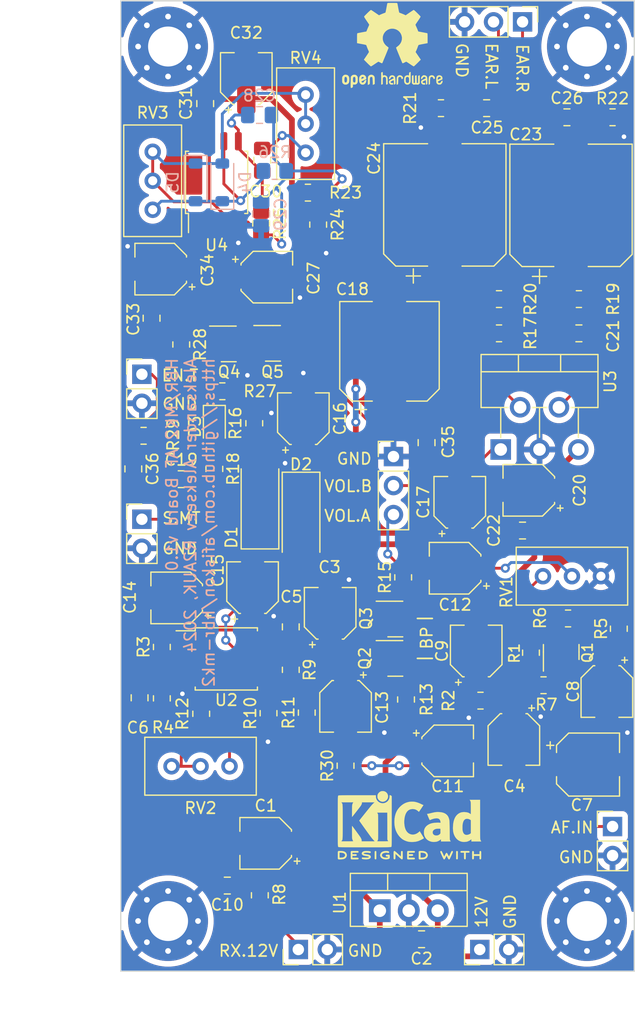
<source format=kicad_pcb>
(kicad_pcb (version 20221018) (generator pcbnew)
  (title_block (title "HBR/MK2 AF Board") (date "2024-02-03") (rev "1.0"))
  (layers (0 "F.Cu" signal) (31 "B.Cu" signal) (34 "B.Paste" user) (35 "F.Paste" user) (36 "B.SilkS" user "B.Silkscreen") (37 "F.SilkS" user "F.Silkscreen") (38 "B.Mask" user) (39 "F.Mask" user) (44 "Edge.Cuts" user))
  (net 0 "")
  (net 1 "+12V")
  (net 2 "GND")
  (net 3 "+8V")
  (net 4 "Net-(Q1-B)")
  (net 5 "Net-(J2-Pin_1)")
  (net 6 "Net-(U2A-+)")
  (net 7 "Net-(Q1-E)")
  (net 8 "Net-(C8-Pad1)")
  (net 9 "Net-(Q1-C)")
  (net 10 "Net-(C9-Pad2)")
  (net 11 "Net-(C10-Pad1)")
  (net 12 "Net-(U2B-+)")
  (net 13 "Net-(C12-Pad1)")
  (net 14 "Net-(Q2-D)")
  (net 15 "Net-(Q2-G)")
  (net 16 "Net-(U2A--)")
  (net 17 "Net-(C15-Pad1)")
  (net 18 "Net-(D1-K)")
  (net 19 "Net-(D2-K)")
  (net 20 "CW_TONE")
  (net 21 "Net-(U3-+)")
  (net 22 "Net-(U3--)")
  (net 23 "Net-(C18-Pad2)")
  (net 24 "Net-(C21-Pad1)")
  (net 25 "Net-(C21-Pad2)")
  (net 26 "Net-(J6-Pin_1)")
  (net 27 "Net-(J6-Pin_2)")
  (net 28 "Net-(C25-Pad2)")
  (net 29 "Net-(C26-Pad2)")
  (net 30 "Net-(U4B-+)")
  (net 31 "Net-(C27-Pad1)")
  (net 32 "Net-(C30-Pad2)")
  (net 33 "Net-(U4A--)")
  (net 34 "Net-(Q4-D)")
  (net 35 "Net-(Q4-G)")
  (net 36 "Net-(Q5-D)")
  (net 37 "Net-(C36-Pad1)")
  (net 38 "Net-(D4-K)")
  (net 39 "Net-(D4-A)")
  (net 40 "Net-(J3-Pin_1)")
  (net 41 "Net-(J4-Pin_3)")
  (net 42 "Net-(J5-Pin_1)")
  (net 43 "Net-(J7-Pin_1)")
  (net 44 "Net-(Q2-S)")
  (net 45 "Net-(Q3-D)")
  (net 46 "Net-(Q4-S)")
  (net 47 "Net-(U2B--)")
  (footprint "Potentiometer_THT:Potentiometer_Bourns_3296W_Vertical" (layer "F.Cu") (at 166 107.9 180)
    (fp_text reference "RV1")
    (fp_text value "10K" hide)
  )
  (footprint "Capacitor_SMD:CP_Elec_4x5.4" (layer "F.Cu") (at 132.5 81 180)
    (fp_text reference "C34")
    (fp_text value "4.7u" hide)
  )
  (footprint "Capacitor_SMD:C_0805_2012Metric_Pad1.18x1.45mm_HandSolder" (layer "F.Cu") (at 169.15 86.625)
    (fp_text reference "C21")
    (fp_text value "0.1u" hide)
  )
  (footprint "Resistor_SMD:R_0805_2012Metric_Pad1.20x1.40mm_HandSolder" (layer "F.Cu") (at 143.9 116.1 -90)
    (fp_text reference "R9")
    (fp_text value "10K" hide)
  )
  (footprint "Capacitor_SMD:CP_Elec_4x5.4" (layer "F.Cu") (at 157.65 123.2)
    (fp_text reference "C11")
    (fp_text value "10u" hide)
  )
  (footprint "Resistor_SMD:R_0805_2012Metric_Pad1.20x1.40mm_HandSolder" (layer "F.Cu") (at 137.2 98.5 -90)
    (fp_text reference "R18")
    (fp_text value "22" hide)
  )
  (footprint "Package_TO_SOT_SMD:SOT-23" (layer "F.Cu") (at 142.3375 87.5)
    (fp_text reference "Q5")
    (fp_text value "2N7002" hide)
  )
  (footprint "Package_TO_SOT_THT:TO-220-5_P3.4x3.7mm_StaggerOdd_Lead3.8mm_Vertical" (layer "F.Cu") (at 162.3 96.8)
    (fp_text reference "U3")
    (fp_text value "TDA2003" hide)
  )
  (footprint "Capacitor_SMD:CP_Elec_4x5.4" (layer "F.Cu") (at 171.6 118 -90)
    (fp_text reference "C8")
    (fp_text value "10u" hide)
  )
  (footprint "Capacitor_SMD:CP_Elec_4x5.4" (layer "F.Cu") (at 147.35 111.15 90)
    (fp_text reference "C3")
    (fp_text value "10u" hide)
  )
  (footprint "Capacitor_SMD:CP_Elec_10x10.5" (layer "F.Cu") (at 157.4 75.375 90)
    (fp_text reference "C24")
    (fp_text value "470u" hide)
  )
  (footprint "Capacitor_SMD:CP_Elec_4x5.4" (layer "F.Cu") (at 160.15 114.45 90)
    (fp_text reference "C9")
    (fp_text value "10u" hide)
  )
  (footprint "Capacitor_SMD:C_0805_2012Metric_Pad1.18x1.45mm_HandSolder" (layer "F.Cu") (at 138.3375 135 180)
    (fp_text reference "C10")
    (fp_text value "0.1u" hide)
  )
  (footprint "Connector_PinHeader_2.54mm:PinHeader_1x03_P2.54mm_Vertical" (layer "F.Cu") (at 152.9 97.42)
    (fp_text reference "J4" hide)
    (fp_text value "Conn_01x03" hide)
  )
  (footprint "Resistor_SMD:R_0805_2012Metric_Pad1.20x1.40mm_HandSolder" (layer "F.Cu") (at 162.15 83.625 180)
    (fp_text reference "R20")
    (fp_text value "10" hide)
  )
  (footprint "Resistor_SMD:R_0805_2012Metric_Pad1.20x1.40mm_HandSolder" (layer "F.Cu") (at 166.05 117.45 180)
    (fp_text reference "R7")
    (fp_text value "1K" hide)
  )
  (footprint "Potentiometer_THT:Potentiometer_Bourns_3296W_Vertical" (layer "F.Cu") (at 145.2 70.8 -90)
    (fp_text reference "RV4")
    (fp_text value "100K" hide)
  )
  (footprint "Resistor_SMD:R_0805_2012Metric_Pad1.20x1.40mm_HandSolder" (layer "F.Cu") (at 145.3 119.85 -90)
    (fp_text reference "R11")
    (fp_text value "2.2K" hide)
  )
  (footprint "Capacitor_SMD:CP_Elec_4x5.4" (layer "F.Cu") (at 145 94.1 90)
    (fp_text reference "C16")
    (fp_text value "10u" hide)
  )
  (footprint "Capacitor_SMD:C_0805_2012Metric_Pad1.18x1.45mm_HandSolder" (layer "F.Cu") (at 130.65 118.55 -90)
    (fp_text reference "C6")
    (fp_text value "0.1u" hide)
  )
  (footprint "Package_SO:SOIC-8_5.23x5.23mm_P1.27mm" (layer "F.Cu") (at 137.4 73.4 90)
    (fp_text reference "U4")
    (fp_text value "NE5532" hide)
  )
  (footprint "Capacitor_SMD:CP_Elec_4x5.4" (layer "F.Cu") (at 163.45 122.2 -90)
    (fp_text reference "C4")
    (fp_text value "10u" hide)
  )
  (footprint "Resistor_SMD:R_0805_2012Metric_Pad1.20x1.40mm_HandSolder" (layer "F.Cu") (at 162.15 86.625)
    (fp_text reference "R17")
    (fp_text value "220" hide)
  )
  (footprint "Package_TO_SOT_SMD:SOT-23" (layer "F.Cu") (at 153.0625 111.65)
    (fp_text reference "Q3")
    (fp_text value "2N7002" hide)
  )
  (footprint "Diode_SMD:D_SMA_Handsoldering" (layer "F.Cu") (at 144.8 103.3 -90)
    (fp_text reference "D2")
    (fp_text value "SS14" hide)
  )
  (footprint "Capacitor_SMD:C_0805_2012Metric_Pad1.18x1.45mm_HandSolder" (layer "F.Cu") (at 130.1 98.5 -90)
    (fp_text reference "C36")
    (fp_text value "0.1u" hide)
  )
  (footprint "Capacitor_SMD:CP_Elec_4x5.4" (layer "F.Cu") (at 148.7 119.3 -90)
    (fp_text reference "C13")
    (fp_text value "4.7u" hide)
  )
  (footprint "Connector_PinHeader_2.54mm:PinHeader_1x02_P2.54mm_Vertical" (layer "F.Cu") (at 130.85 90.21)
    (fp_text reference "J7" hide)
    (fp_text value "Conn_01x02" hide)
  )
  (footprint "MountingHole:MountingHole_3.5mm_Pad_Via" (layer "F.Cu") (at 133.143845 61.5)
    (fp_text reference "H1" hide)
    (fp_text value "MountingHole_Pad" hide)
  )
  (footprint "Package_TO_SOT_SMD:SOT-23" (layer "F.Cu") (at 153.0625 115.1)
    (fp_text reference "Q2")
    (fp_text value "2N7002" hide)
  )
  (footprint "Capacitor_SMD:C_0805_2012Metric_Pad1.18x1.45mm_HandSolder" (layer "F.Cu") (at 155.8 96.2 -90)
    (fp_text reference "C35")
    (fp_text value "100p" hide)
  )
  (footprint "Resistor_SMD:R_0805_2012Metric_Pad1.20x1.40mm_HandSolder" (layer "F.Cu") (at 141.3 77 -90)
    (fp_text reference "R25")
    (fp_text value "47K" hide)
  )
  (footprint "Resistor_SMD:R_0805_2012Metric_Pad1.20x1.40mm_HandSolder" (layer "F.Cu") (at 145.4 74.3)
    (fp_text reference "R23")
    (fp_text value "100K" hide)
  )
  (footprint "Capacitor_SMD:C_0805_2012Metric_Pad1.18x1.45mm_HandSolder" (layer "F.Cu") (at 164.21 103.9 180)
    (fp_text reference "C22")
    (fp_text value "0.1u" hide)
  )
  (footprint "Capacitor_SMD:CP_Elec_4x5.4" (layer "F.Cu") (at 133.9 109.8 180)
    (fp_text reference "C14")
    (fp_text value "10u" hide)
  )
  (footprint "Symbol:KiCad-Logo2_5mm_SilkScreen" (layer "F.Cu") (at 154.3 129.7)
    (fp_text reference "SYM2" hide)
    (fp_text value "SYM_Radio_Waves_Large" hide)
  )
  (footprint "Resistor_SMD:R_0805_2012Metric_Pad1.20x1.40mm_HandSolder" (layer "F.Cu") (at 153.75 108 90)
    (fp_text reference "R15")
    (fp_text value "1.3K" hide)
  )
  (footprint "Potentiometer_THT:Potentiometer_Bourns_3296W_Vertical" (layer "F.Cu") (at 133.45 124.55 180)
    (fp_text reference "RV2")
    (fp_text value "500K" hide)
  )
  (footprint "Connector_PinHeader_2.54mm:PinHeader_1x02_P2.54mm_Vertical" (layer "F.Cu") (at 130.85 102.91)
    (fp_text reference "J5" hide)
    (fp_text value "Conn_01x02" hide)
  )
  (footprint "Package_TO_SOT_THT:TO-220-3_Vertical" (layer "F.Cu") (at 151.7 137.2)
    (fp_text reference "U1")
    (fp_text value "LM7808" hide)
  )
  (footprint "LED_SMD:LED_0805_2012Metric_Pad1.15x1.40mm_HandSolder" (layer "F.Cu") (at 137.2 94.8 -90)
    (fp_text reference "D3")
    (fp_text value "Blue LED" hide)
  )
  (footprint "MountingHole:MountingHole_3.5mm_Pad_Via" (layer "F.Cu") (at 169.856155 61.5)
    (fp_text reference "H2" hide)
    (fp_text value "MountingHole_Pad" hide)
  )
  (footprint "Resistor_SMD:R_0805_2012Metric_Pad1.20x1.40mm_HandSolder" (layer "F.Cu") (at 164.95 114.6 -90)
    (fp_text reference "R1")
    (fp_text value "100K" hide)
  )
  (footprint "Capacitor_SMD:CP_Elec_8x10.5" (layer "F.Cu") (at 152.55 88.2 90)
    (fp_text reference "C18")
    (fp_text value "220u" hide)
  )
  (footprint "Resistor_SMD:R_0805_2012Metric_Pad1.20x1.40mm_HandSolder" (layer "F.Cu") (at 157.0625 66.9 180)
    (fp_text reference "R21")
    (fp_text value "10" hide)
  )
  (footprint "Capacitor_SMD:CP_Elec_4x5.4" (layer "F.Cu") (at 158.71 101.425 90)
    (fp_text reference "C17")
    (fp_text value "1u" hide)
  )
  (footprint "Package_TO_SOT_SMD:SOT-23" (layer "F.Cu") (at 138.4625 87.55)
    (fp_text reference "Q4")
    (fp_text value "2N7002" hide)
  )
  (footprint "Capacitor_SMD:C_0805_2012Metric_Pad1.18x1.45mm_HandSolder" (layer "F.Cu") (at 143.9 112.3375 90)
    (fp_text reference "C5")
    (fp_text value "0.1u" hide)
  )
  (footprint "Connector_PinHeader_2.54mm:PinHeader_1x02_P2.54mm_Vertical" (layer "F.Cu") (at 172.1 129.825)
    (fp_text reference "J2" hide)
    (fp_text value "Conn_01x02" hide)
  )
  (footprint "Capacitor_SMD:CP_Elec_5x5.4" (layer "F.Cu") (at 169.95 124.4)
    (fp_text reference "C7")
    (fp_text value "22u" hide)
  )
  (footprint "Capacitor_SMD:CP_Elec_10x10.5" (layer "F.Cu") (at 168.46 75.4125 90)
    (fp_text reference "C23")
    (fp_text value "470u" hide)
  )
  (footprint "MountingHole:MountingHole_3.5mm_Pad_Via" (layer "F.Cu") (at 169.856155 138.103845)
    (fp_text reference "H4" hide)
    (fp_text value "MountingHole_Pad" hide)
  )
  (footprint "Resistor_SMD:R_0805_2012Metric_Pad1.20x1.40mm_HandSolder" (layer "F.Cu") (at 160.525 118.8 180)
    (fp_text reference "R2")
    (fp_text value "47K" hide)
  )
  (footprint "Package_SO:SOIC-8_5.23x5.23mm_P1.27mm" (layer "F.Cu") (at 138.25 115.145)
    (fp_text reference "U2")
    (fp_text value "NE5532" hide)
  )
  (footprint "Resistor_SMD:R_0805_2012Metric_Pad1.20x1.40mm_HandSolder" (layer "F.Cu") (at 141.95 119.9 -90)
    (fp_text reference "R10")
    (fp_text value "10K" hide)
  )
  (footprint "Capacitor_SMD:CP_Elec_4x5.4" (layer "F.Cu") (at 141.8 81.7)
    (fp_text reference "C27")
    (fp_text value "10u" hide)
  )
  (footprint "Capacitor_SMD:C_0805_2012Metric_Pad1.18x1.45mm_HandSolder" (layer "F.Cu") (at 168.1 67.7)
    (fp_text reference "C26")
    (fp_text value "0.1u" hide)
  )
  (footprint "Capacitor_SMD:CP_Elec_4x5.4" (layer "F.Cu") (at 164.76 100.375 180)
    (fp_text reference "C20")
    (fp_text value "10u" hide)
  )
  (footprint "Capacitor_SMD:C_0805_2012Metric_Pad1.18x1.45mm_HandSolder" (layer "F.Cu") (at 131.7 85.3 -90)
    (fp_text reference "C33")
    (fp_text value "0.1u" hide)
  )
  (footprint "Capacitor_SMD:CP_Elec_4x5.4" (layer "F.Cu") (at 158.3 107.2 180)
    (fp_text reference "C12")
    (fp_text value "10u" hide)
  )
  (footprint "Resistor_SMD:R_0805_2012Metric_Pad1.20x1.40mm_HandSolder" (layer "F.Cu") (at 172.65 112.5 -90)
    (fp_text reference "R5")
    (fp_text value "100" hide)
  )
  (footprint "Connector_PinHeader_2.54mm:PinHeader_1x03_P2.54mm_Vertical" (layer "F.Cu") (at 164.21 59.34 -90)
    (fp_text reference "J6" hide)
    (fp_text value "Conn_01x03" hide)
  )
  (footprint "Capacitor_SMD:CP_Elec_4x5.4" (layer "F.Cu") (at 141.7 131.3 180)
    (fp_text reference "C1")
    (fp_text value "1u" hide)
  )
  (footprint "Capacitor_SMD:CP_Elec_4x5.4" (layer "F.Cu") (at 140 64.3 90)
    (fp_text reference "C32")
    (fp_text value "10u" hide)
  )
  (footprint "Capacitor_SMD:C_0805_2012Metric_Pad1.18x1.45mm_HandSolder" (layer "F.Cu") (at 161.0625 66.9 180)
    (fp_text reference "C25")
    (fp_text value "0.1u" hide)
  )
  (footprint "Symbol:OSHW-Logo2_9.8x8mm_SilkScreen" (layer "F.Cu") (at 152.8 61.4)
    (fp_text reference "SYM1" hide)
    (fp_text value "Logo_Open_Hardware_Small" hide)
  )
  (footprint "Package_TO_SOT_SMD:SOT-23" (layer "F.Cu") (at 167.6 114.5375 90)
    (fp_text reference "Q1")
    (fp_text value "MMBT3904" hide)
  )
  (footprint "Resistor_SMD:R_0805_2012Metric_Pad1.20x1.40mm_HandSolder" (layer "F.Cu") (at 132.6 118.6 -90)
    (fp_text reference "R4")
    (fp_text value "10K" hide)
  )
  (footprint "Connector_PinHeader_2.54mm:PinHeader_1x02_P2.54mm_Vertical" (layer "F.Cu") (at 160.46 140.6 90)
    (fp_text reference "J1" hide)
    (fp_text value "Conn_01x02" hide)
  )
  (footprint "Resistor_SMD:R_0805_2012Metric_Pad1.20x1.40mm_HandSolder" (layer "F.Cu") (at 137.9 91.7)
    (fp_text reference "R27")
    (fp_text value "10K" hide)
  )
  (footprint "Resistor_SMD:R_0805_2012Metric_Pad1.20x1.40mm_HandSolder" (layer "F.Cu") (at 141.1875 135.85 -90)
    (fp_text reference "R8")
    (fp_text value "22" hide)
  )
  (footprint "Diode_SMD:D_SMA_Handsoldering" (layer "F.Cu") (at 141.2 101 90)
    (fp_text reference "D1")
    (fp_text value "SS14" hide)
  )
  (footprint "Capacitor_SMD:C_0805_2012Metric_Pad1.18x1.45mm_HandSolder" (layer "F.Cu") (at 155.3625 139.7 180)
    (fp_text reference "C2")
    (fp_text value "0.1u" hide)
  )
  (footprint "Capacitor_SMD:C_0805_2012Metric_Pad1.18x1.45mm_HandSolder" (layer "F.Cu") (at 136.4 66.5 90)
    (fp_text reference "C31")
    (fp_text value "0.1u" hide)
  )
  (footprint "Resistor_SMD:R_0805_2012Metric_Pad1.20x1.40mm_HandSolder" (layer "F.Cu") (at 131 95.6 180)
    (fp_text reference "R29")
    (fp_text value "22" hide)
  )
  (footprint "Capacitor_SMD:C_0805_2012Metric_Pad1.18x1.45mm_HandSolder" (layer "F.Cu") (at 134.3 99.4 180)
    (fp_text reference "C19")
    (fp_text value "0.1u" hide)
  )
  (footprint "Resistor_SMD:R_0805_2012Metric_Pad1.20x1.40mm_HandSolder" (layer "F.Cu") (at 169.15 83.625 180)
    (fp_text reference "R19")
    (fp_text value "680" hide)
  )
  (footprint "Resistor_SMD:R_0805_2012Metric_Pad1.20x1.40mm_HandSolder" (layer "F.Cu") (at 168.2 111.6 180)
    (fp_text reference "R6")
    (fp_text value "2.2K" hide)
  )
  (footprint "Resistor_SMD:R_0805_2012Metric_Pad1.20x1.40mm_HandSolder" (layer "F.Cu") (at 136.05 119.95 90)
    (fp_text reference "R12")
    (fp_text value "1K" hide)
  )
  (footprint "Potentiometer_THT:Potentiometer_Bourns_3296W_Vertical" (layer "F.Cu") (at 131.8 75.8 -90)
    (fp_text reference "RV3")
    (fp_text value "10K" hide)
  )
  (footprint "Capacitor_SMD:C_0805_2012Metric_Pad1.18x1.45mm_HandSolder" (layer "F.Cu") (at 141.4 71.4625 90)
    (fp_text reference "C30")
    (fp_text value "4.7n" hide)
  )
  (footprint "MountingHole:MountingHole_3.5mm_Pad_Via" (layer "F.Cu") (at 133.143845 138.103845)
    (fp_text reference "H3" hide)
    (fp_text value "MountingHole_Pad" hide)
  )
  (footprint "Capacitor_SMD:CP_Elec_4x5.4" (layer "F.Cu") (at 140.55 108.9 90)
    (fp_text reference "C15")
    (fp_text value "10u" hide)
  )
  (footprint "Resistor_SMD:R_0805_2012Metric_Pad1.20x1.40mm_HandSolder" (layer "F.Cu") (at 146.3 77.1 -90)
    (fp_text reference "R24")
    (fp_text value "100K" hide)
  )
  (footprint "Resistor_SMD:R_0805_2012Metric_Pad1.20x1.40mm_HandSolder" (layer "F.Cu") (at 154 118.7 -90)
    (fp_text reference "R13")
    (fp_text value "10K" hide)
  )
  (footprint "Resistor_SMD:R_0805_2012Metric_Pad1.20x1.40mm_HandSolder" (layer "F.Cu") (at 140.7 94.5 90)
    (fp_text reference "R16")
    (fp_text value "10K" hide)
  )
  (footprint "Connector_PinHeader_2.54mm:PinHeader_1x02_P2.54mm_Vertical" (layer "F.Cu") (at 144.56 140.6 90)
    (fp_text reference "J3" hide)
    (fp_text value "Conn_01x02" hide)
  )
  (footprint "Resistor_SMD:R_0805_2012Metric_Pad1.20x1.40mm_HandSolder" (layer "F.Cu") (at 134.3 87.6 -90)
    (fp_text reference "R28")
    (fp_text value "2.2K" hide)
  )
  (footprint "Resistor_SMD:R_0805_2012Metric_Pad1.20x1.40mm_HandSolder" (layer "F.Cu") (at 148.7 124.5 90)
    (fp_text reference "R30")
    (fp_text value "10K" hide)
  )
  (footprint "Resistor_SMD:R_0805_2012Metric_Pad1.20x1.40mm_HandSolder" (layer "F.Cu") (at 132.6 114.1 -90)
    (fp_text reference "R3")
    (fp_text value "10K" hide)
  )
  (footprint "Resistor_SMD:R_0805_2012Metric_Pad1.20x1.40mm_HandSolder" (layer "F.Cu") (at 172.1 67.7)
    (fp_text reference "R22")
    (fp_text value "10" hide)
  )
  (footprint "Resistor_SMD:R_0805_2012Metric_Pad1.20x1.40mm_HandSolder" (layer "B.Cu") (at 142.5 72.4 180)
    (fp_text reference "R26")
    (fp_text value "3.3K" hide)
  )
  (footprint "Diode_SMD:D_SOD-123" (layer "B.Cu") (at 135.55 73.4 -90)
    (fp_text reference "D5")
    (fp_text value "1N4148W" hide)
  )
  (footprint "Capacitor_SMD:C_0805_2012Metric_Pad1.18x1.45mm_HandSolder" (layer "B.Cu") (at 141.1625 67.5)
    (fp_text reference "C28")
    (fp_text value "4.7n" hide)
  )
  (footprint "Capacitor_SMD:C_0805_2012Metric_Pad1.18x1.45mm_HandSolder" (layer "B.Cu") (at 141.3 76.1625 -90)
    (fp_text reference "C29")
    (fp_text value "0.1u" hide)
  )
  (footprint "Diode_SMD:D_SOD-123" (layer "B.Cu") (at 137.9 73.4 90)
    (fp_text reference "D4")
    (fp_text value "1N4148W" hide)
  )
  (gr_line (start 155 115.1) (end 156.3 115.1) (stroke (width 0.15)) (layer "F.SilkS"))
  (gr_line (start 155 111.6) (end 156.3 111.6) (stroke (width 0.15)) (layer "F.SilkS"))
  (gr_line (start 129 57.5) (end 174 57.5) (stroke (width 0.1)) (layer "Edge.Cuts"))
  (gr_line (start 129 142.5) (end 129 57.5) (stroke (width 0.1)) (layer "Edge.Cuts"))
  (gr_line (start 174 142.5) (end 129 142.5) (stroke (width 0.1)) (layer "Edge.Cuts"))
  (gr_line (start 174 57.5) (end 174 142.5) (stroke (width 0.1)) (layer "Edge.Cuts"))
  (gr_text "HBR/MK2 AF Board v1.0\nAleksander Alekseev R2AUK, 2024\nhttps://github.com/afiskon/hbr-mk2" (at 137.3 88.7 90) (layer "B.SilkS") (effects (font (size 1 1)) (justify left bottom mirror)))
  (gr_text "VOL.B" (at 146.74 100.595) (layer "F.SilkS") (effects (font (size 1 1)) (justify left bottom)))
  (gr_text "12V" (at 161.2 138.8 90) (layer "F.SilkS") (effects (font (size 1 1)) (justify left bottom)))
  (gr_text "S.MT" (at 132.55 103.4) (layer "F.SilkS") (effects (font (size 1 1)) (justify left bottom)))
  (gr_text "GND" (at 167.3 133.1) (layer "F.SilkS") (effects (font (size 1 1)) (justify left bottom)))
  (gr_text "GND" (at 132.55 93.4) (layer "F.SilkS") (effects (font (size 1 1)) (justify left bottom)))
  (gr_text "GND" (at 147.84 98.195) (layer "F.SilkS") (effects (font (size 1 1)) (justify left bottom)))
  (gr_text "EAR.L" (at 160.9 61.1 270) (layer "F.SilkS") (effects (font (size 1 1)) (justify left bottom)))
  (gr_text "GND" (at 132.55 106.05) (layer "F.SilkS") (effects (font (size 1 1)) (justify left bottom)))
  (gr_text "GND" (at 148.8 141.3) (layer "F.SilkS") (effects (font (size 1 1)) (justify left bottom)))
  (gr_text "VOL.A" (at 146.74 103.195) (layer "F.SilkS") (effects (font (size 1 1)) (justify left bottom)))
  (gr_text "AF.IN" (at 166.6 130.5) (layer "F.SilkS") (effects (font (size 1 1)) (justify left bottom)))
  (gr_text "RX.12V" (at 137.5 141.3) (layer "F.SilkS") (effects (font (size 1 1)) (justify left bottom)))
  (gr_text "GND" (at 163.7 138.9 90) (layer "F.SilkS") (effects (font (size 1 1)) (justify left bottom)))
  (gr_text "EN.T" (at 132.5 90.9) (layer "F.SilkS") (effects (font (size 1 1)) (justify left bottom)))
  (gr_text "BP" (at 156.4 114.4 90) (layer "F.SilkS") (effects (font (size 1 1)) (justify left bottom)))
  (gr_text "GND" (at 158.3 61.1 -90) (layer "F.SilkS") (effects (font (size 1 1)) (justify left bottom)))
  (gr_text "EAR.R" (at 163.6 61.2 270) (layer "F.SilkS") (effects (font (size 1 1)) (justify left bottom)))
  (segment (start 159.86 141.2) (end 154.015622 141.2) (width 0.5) (layer "F.Cu") (net 1))
  (segment (start 145.8 131.3) (end 151.7 137.2) (width 0.5) (layer "F.Cu") (net 1))
  (segment (start 151.7 138.884378) (end 151.7 137.2) (width 0.5) (layer "F.Cu") (net 1))
  (segment (start 143.5 131.3) (end 145.8 131.3) (width 0.5) (layer "F.Cu") (net 1))
  (segment (start 154.015622 141.2) (end 151.7 138.884378) (width 0.5) (layer "F.Cu") (net 1))
  (segment (start 160.46 140.6) (end 159.86 141.2) (width 0.5) (layer "F.Cu") (net 1))
  (segment (start 147.85 109.35) (end 149 108.2) (width 1) (layer "F.Cu") (net 2))
  (segment (start 147.35 109.35) (end 147.85 109.35) (width 0.25) (layer "F.Cu") (net 2))
  (via (at 134.4 118.2) (size 0.8) (drill 0.4) (layers "F.Cu" "B.Cu") (net 2))
  (via (at 147 79.6) (size 0.8) (drill 0.4) (layers "F.Cu" "B.Cu") (net 2))
  (via (at 159.5 120.3) (size 0.8) (drill 0.4) (layers "F.Cu" "B.Cu") (net 2))
  (via (at 143.4 98) (size 0.8) (drill 0.4) (layers "F.Cu" "B.Cu") (net 2))
  (via (at 165.8 120.2) (size 0.8) (drill 0.4) (layers "F.Cu" "B.Cu") (net 2))
  (via (at 142.4 111.4) (size 0.8) (drill 0.4) (layers "F.Cu" "B.Cu") (net 2))
  (via (at 144.7 83.5) (size 0.8) (drill 0.4) (layers "F.Cu" "B.Cu") (net 2))
  (via (at 129.6 79) (size 0.8) (drill 0.4) (layers "F.Cu" "B.Cu") (net 2))
  (via (at 139.3 78.7) (size 0.8) (drill 0.4) (layers "F.Cu" "B.Cu") (net 2))
  (via (at 152.1 121.6) (size 0.8) (drill 0.4) (layers "F.Cu" "B.Cu") (net 2))
  (via (at 173.4 121.6) (size 0.8) (drill 0.4) (layers "F.Cu" "B.Cu") (net 2))
  (via (at 141.9 122.4) (size 0.8) (drill 0.4) (layers "F.Cu" "B.Cu") (net 2))
  (via (at 140.1 90.3) (size 0.8) (drill 0.4) (layers "F.Cu" "B.Cu") (net 2))
  (via (at 173.1 69.4) (size 0.8) (drill 0.4) (layers "F.Cu" "B.Cu") (net 2))
  (via (at 145 90.1) (size 0.8) (drill 0.4) (layers "F.Cu" "B.Cu") (net 2))
  (via (at 149 108.2) (size 0.8) (drill 0.4) (layers "F.Cu" "B.Cu") (net 2))
  (via (at 142.2 93.6) (size 0.8) (drill 0.4) (layers "F.Cu" "B.Cu") (net 2))
  (via (at 155.3 68.6) (size 0.8) (drill 0.4) (layers "F.Cu" "B.Cu") (net 2))
  (segment (start 149.6 94.4) (end 149.6 105.1) (width 0.5) (layer "F.Cu") (net 3))
  (segment (start 149.6 105.1) (end 148.8 105.1) (width 0.5) (layer "F.Cu") (net 3))
  (segment (start 161.9 109.6) (end 165.2475 106.2525) (width 0.5) (layer "F.Cu") (net 3))
  (segment (start 133.21 112.49) (end 141.1 112.49) (width 0.5) (layer "F.Cu") (net 3))
  (segment (start 165.2475 103.9) (end 169.1 103.9) (width 0.5) (layer "F.Cu") (net 3))
  (segment (start 142.2 66.1) (end 144 67.9) (width 0.5) (layer "F.Cu") (net 3))
  (segment (start 166.56 99.34) (end 169.1 96.8) (width 0.5) (layer "F.Cu") (net 3))
  (segment (start 152.2 124.253122) (end 154.753122 121.7) (width 0.5) (layer "F.Cu") (net 3))
  (segment (start 145.3 112.7) (end 145.55 112.95) (width 0.5) (layer "F.Cu") (net 3))
  (segment (start 145.55 112.95) (end 147.35 112.95) (width 0.5) (layer "F.Cu") (net 3))
  (segment (start 154.753122 121.7) (end 156.9 121.7) (width 0.5) (layer "F.Cu") (net 3))
  (segment (start 156.8 137.22) (end 156.78 137.2) (width 0.5) (layer "F.Cu") (net 3))
  (segment (start 143.765 113.24) (end 143.9 113.375) (width 0.5) (layer "F.Cu") (net 3))
  (segment (start 144 67.9) (end 144 73.9) (width 0.5) (layer "F.Cu") (net 3))
  (segment (start 141.1 112.49) (end 141.85 113.24) (width 0.5) (layer "F.Cu") (net 3))
  (segment (start 144.625 113.375) (end 145.3 112.7) (width 0.5) (layer "F.Cu") (net 3))
  (segment (start 156.9 121.7) (end 158.1 120.5) (width 0.5) (layer "F.Cu") (net 3))
  (segment (start 140 66.1) (end 142.2 66.1) (width 0.5) (layer "F.Cu") (net 3))
  (segment (start 165.2475 101.6875) (end 166.56 100.375) (width 0.5) (layer "F.Cu") (net 3))
  (segment (start 143.9 115.1) (end 143.9 113.375) (width 0.5) (layer "F.Cu") (net 3))
  (segment (start 158.1 120.5) (end 158.1 112.103122) (width 0.5) (layer "F.Cu") (net 3))
  (segment (start 172.65 107.45) (end 172.65 111.5) (width 0.5) (layer "F.Cu") (net 3))
  (segment (start 143.9 113.375) (end 144.625 113.375) (width 0.5) (layer "F.Cu") (net 3))
  (segment (start 149.6 83.9) (end 144.4 78.7) (width 0.5) (layer "F.Cu") (net 3))
  (segment (start 156.78 139.32) (end 156.4 139.7) (width 0.5) (layer "F.Cu") (net 3))
  (segment (start 144.4 78.7) (end 144.4 74.3) (width 0.5) (layer "F.Cu") (net 3))
  (segment (start 160.603122 109.6) (end 161.9 109.6) (width 0.5) (layer "F.Cu") (net 3))
  (segment (start 148.8 105.1) (end 165.1475 105.1) (width 0.5) (layer "F.Cu") (net 3))
  (segment (start 136.4 67.5375) (end 137.8375 66.1) (width 0.5) (layer "F.Cu") (net 3))
  (segment (start 145.3 108.6) (end 148.8 105.1) (width 0.5) (layer "F.Cu") (net 3))
  (segment (start 158.1 112.103122) (end 160.603122 109.6) (width 0.5) (layer "F.Cu") (net 3))
  (segment (start 165.1475 105.1) (end 165.2475 105.2) (width 0.5) (layer "F.Cu") (net 3))
  (segment (start 152.2 132.62) (end 152.2 124.253122) (width 0.5) (layer "F.Cu") (net 3))
  (segment (start 156.4 139.7) (end 156.8 139.3) (width 0.5) (layer "F.Cu") (net 3))
  (segment (start 165.2475 103.9) (end 165.2475 101.6875) (width 0.5) (layer "F.Cu") (net 3))
  (segment (start 132.6 113.1) (end 133.21 112.49) (width 0.5) (layer "F.Cu") (net 3))
  (segment (start 137.8375 66.1) (end 140 66.1) (width 0.5) (layer "F.Cu") (net 3))
  (segment (start 135.495 68.4425) (end 136.4 67.5375) (width 0.5) (layer "F.Cu") (net 3))
  (segment (start 156.78 137.2) (end 156.78 139.32) (width 0.5) (layer "F.Cu") (net 3))
  (segment (start 144 73.9) (end 144.4 74.3) (width 0.5) (layer "F.Cu") (net 3))
  (segment (start 156.78 137.2) (end 152.2 132.62) (width 0.5) (layer "F.Cu") (net 3))
  (segment (start 169.1 103.9) (end 172.65 107.45) (width 0.5) (layer "F.Cu") (net 3))
  (segment (start 149.6 91.5) (end 149.6 83.9) (width 0.5) (layer "F.Cu") (net 3))
  (segment (start 166.56 100.375) (end 166.56 99.34) (width 0.5) (layer "F.Cu") (net 3))
  (segment (start 165.2475 105.2) (end 165.2475 103.9) (width 0.5) (layer "F.Cu") (net 3))
  (segment (start 135.495 69.8) (end 135.495 68.4425) (width 0.5) (layer "F.Cu") (net 3))
  (segment (start 141.85 113.24) (end 143.765 113.24) (width 0.5) (layer "F.Cu") (net 3))
  (segment (start 145.3 112.7) (end 145.3 108.6) (width 0.5) (layer "F.Cu") (net 3))
  (segment (start 165.2475 106.2525) (end 165.2475 105.2) (width 0.5) (layer "F.Cu") (net 3))
  (via (at 149.6 91.5) (size 0.8) (drill 0.4) (layers "F.Cu" "B.Cu") (net 3))
  (via (at 149.6 94.4) (size 0.8) (drill 0.4) (layers "F.Cu" "B.Cu") (net 3))
  (segment (start 149.6 91.5) (end 149.6 91.6) (width 0.5) (layer "B.Cu") (net 3))
  (segment (start 149.6 94.4) (end 149.6 91.5) (width 0.5) (layer "B.Cu") (net 3))
  (segment (start 164.95 115.6) (end 166.525 115.6) (width 0.25) (layer "F.Cu") (net 4))
  (segment (start 161.85 118.8) (end 163.45 120.4) (width 0.25) (layer "F.Cu") (net 4))
  (segment (start 161.525 118.8) (end 161.75 118.8) (width 0.25) (layer "F.Cu") (net 4))
  (segment (start 166.525 115.6) (end 166.65 115.475) (width 0.25) (layer "F.Cu") (net 4))
  (segment (start 161.525 118.8) (end 161.85 118.8) (width 0.25) (layer "F.Cu") (net 4))
  (segment (start 161.75 118.8) (end 164.95 115.6) (width 0.25) (layer "F.Cu") (net 4))
  (segment (start 162.65 123.2) (end 159.45 123.2) (width 0.25) (layer "F.Cu") (net 5))
  (segment (start 163.45 124) (end 169.275 129.825) (width 0.25) (layer "F.Cu") (net 5))
  (segment (start 163.45 124) (end 162.65 123.2) (width 0.25) (layer "F.Cu") (net 5))
  (segment (start 169.275 129.825) (end 172.1 129.825) (width 0.25) (layer "F.Cu") (net 5))
  (segment (start 172.1 129.825) (end 172.1 129.3) (width 0.25) (layer "F.Cu") (net 5))
  (segment (start 132.6 117.6) (end 130.7375 117.6) (width 0.25) (layer "F.Cu") (net 6))
  (segment (start 132.6 115.8) (end 132.6 115.1) (width 0.25) (layer "F.Cu") (net 6))
  (segment (start 132.6 117.6) (end 132.6 115.8) (width 0.25) (layer "F.Cu") (net 6))
  (segment (start 132.62 115.78) (end 132.6 115.8) (width 0.25) (layer "F.Cu") (net 6))
  (segment (start 130.7375 117.6) (end 130.65 117.5125) (width 0.25) (layer "F.Cu") (net 6))
  (segment (start 134.65 115.78) (end 132.62 115.78) (width 0.25) (layer "F.Cu") (net 6))
  (segment (start 167.2 117.6) (end 167.05 117.45) (width 0.25) (layer "F.Cu") (net 7))
  (segment (start 168.55 115.95) (end 168.55 115.475) (width 0.25) (layer "F.Cu") (net 7))
  (segment (start 167.75 124.4) (end 167.2 123.85) (width 0.25) (layer "F.Cu") (net 7))
  (segment (start 167.2 123.85) (end 167.2 117.6) (width 0.25) (layer "F.Cu") (net 7))
  (segment (start 167.05 117.45) (end 168.55 115.95) (width 0.25) (layer "F.Cu") (net 7))
  (segment (start 171.8 113.5) (end 172.65 113.5) (width 0.25) (layer "F.Cu") (net 8))
  (segment (start 169.2 111.3) (end 169.2 111.6) (width 0.25) (layer "F.Cu") (net 8))
  (segment (start 164.95 113.6) (end 164.95 111.35) (width 0.25) (layer "F.Cu") (net 8))
  (segment (start 168.2 110.3) (end 169.2 111.3) (width 0.25) (layer "F.Cu") (net 8))
  (segment (start 164.95 111.35) (end 165.125 111.175) (width 0.25) (layer "F.Cu") (net 8))
  (segment (start 171.6 114.55) (end 172.65 113.5) (width 0.25) (layer "F.Cu") (net 8))
  (segment (start 166 110.3) (end 168.2 110.3) (width 0.25) (layer "F.Cu") (net 8))
  (segment (start 169.2 111.6) (end 169.9 111.6) (width 0.25) (layer "F.Cu") (net 8))
  (segment (start 171.6 116.2) (end 171.6 114.55) (width 0.25) (layer "F.Cu") (net 8))
  (segment (start 165.125 111.175) (end 166 110.3) (width 0.25) (layer "F.Cu") (net 8))
  (segment (start 169.9 111.6) (end 171.8 113.5) (width 0.25) (layer "F.Cu") (net 8))
  (segment (start 161.875 114.525) (end 166.186592 114.525) (width 0.25) (layer "F.Cu") (net 9))
  (segment (start 166.186592 114.525) (end 167.111592 113.6) (width 0.25) (layer "F.Cu") (net 9))
  (segment (start 160.15 116.25) (end 161.875 114.525) (width 0.25) (layer "F.Cu") (net 9))
  (segment (start 167.6 112) (end 167.2 111.6) (width 0.25) (layer "F.Cu") (net 9))
  (segment (start 167.6 113.6) (end 167.6 112) (width 0.25) (layer "F.Cu") (net 9))
  (segment (start 167.111592 113.6) (end 167.6 113.6) (width 0.25) (layer "F.Cu") (net 9))
  (segment (start 165.9 107.9) (end 166 107.9) (width 0.25) (layer "F.Cu") (net 10))
  (segment (start 160.15 112.65) (end 161.15 112.65) (width 0.25) (layer "F.Cu") (net 10))
  (segment (start 161.15 112.65) (end 165.9 107.9) (width 0.25) (layer "F.Cu") (net 10))
  (segment (start 139.525 134.85) (end 139.375 135) (width 0.25) (layer "F.Cu") (net 11))
  (segment (start 141.1875 134.85) (end 139.525 134.85) (width 0.25) (layer "F.Cu") (net 11))
  (segment (start 141.1875 134.85) (end 141.7 134.3375) (width 0.25) (layer "F.Cu") (net 11))
  (segment (start 146.7 125.5) (end 145.3 124.1) (width 0.25) (layer "F.Cu") (net 11))
  (segment (start 141.7 130.5) (end 146.7 125.5) (width 0.25) (layer "F.Cu") (net 11))
  (segment (start 141.7 134.3375) (end 141.7 130.5) (width 0.25) (layer "F.Cu") (net 11))
  (segment (start 146.7 125.5) (end 148.7 125.5) (width 0.25) (layer "F.Cu") (net 11))
  (segment (start 145.3 124.1) (end 145.3 120.85) (width 0.25) (layer "F.Cu") (net 11))
  (segment (start 143.85 117.05) (end 143.9 117.1) (width 0.25) (layer "F.Cu") (net 12))
  (segment (start 141.95 118.9) (end 141.95 117.15) (width 0.25) (layer "F.Cu") (net 12))
  (segment (start 142.825 119.775) (end 146.175 119.775) (width 0.25) (layer "F.Cu") (net 12))
  (segment (start 141.85 117.05) (end 143.85 117.05) (width 0.25) (layer "F.Cu") (net 12))
  (segment (start 146.7 120.3) (end 146.7 123.2701) (width 0.25) (layer "F.Cu") (net 12))
  (segment (start 146.7 123.2701) (end 147.9299 124.5) (width 0.25) (layer "F.Cu") (net 12))
  (segment (start 141.95 118.9) (end 142.825 119.775) (width 0.25) (layer "F.Cu") (net 12))
  (segment (start 146.175 119.775) (end 146.7 120.3) (width 0.25) (layer "F.Cu") (net 12))
  (segment (start 154.55 124.5) (end 155.85 123.2) (width 0.25) (layer "F.Cu") (net 12))
  (segment (start 141.95 117.15) (end 141.85 117.05) (width 0.25) (layer "F.Cu") (net 12))
  (segment (start 147.9299 124.5) (end 151 124.5) (width 0.25) (layer "F.Cu") (net 12))
  (segment (start 153.4 124.5) (end 154.55 124.5) (width 0.25) (layer "F.Cu") (net 12))
  (segment (start 151 124.5) (end 150.9 124.5) (width 0.25) (layer "F.Cu") (net 12))
  (via (at 153.4 124.5) (size 0.8) (drill 0.4) (layers "F.Cu" "B.Cu") (net 12))
  (via (at 151 124.5) (size 0.8) (drill 0.4) (layers "F.Cu" "B.Cu") (net 12))
  (segment (start 153.4 124.5) (end 153.5 124.5) (width 0.25) (layer "B.Cu") (net 12))
  (segment (start 151 124.5) (end 153.4 124.5) (width 0.25) (layer "B.Cu") (net 12))
  (segment (start 162.7 107.2) (end 160.1 107.2) (width 0.25) (layer "F.Cu") (net 13))
  (via (at 162.7 107.2) (size 0.8) (drill 0.4) (layers "F.Cu" "B.Cu") (net 13))
  (segment (start 163.2 106.7) (end 167.34 106.7) (width 0.25) (layer "B.Cu") (net 13))
  (segment (start 162.7 107.2) (end 163.2 106.7) (width 0.25) (layer "B.Cu") (net 13))
  (segment (start 167.34 106.7) (end 168.54 107.9) (width 0.25) (layer "B.Cu") (net 13))
  (segment (start 154.737499 115.1) (end 156.5 113.337499) (width 0.25) (layer "F.Cu") (net 14))
  (segment (start 156.5 113.337499) (end 156.5 107.2) (width 0.25) (layer "F.Cu") (net 14))
  (segment (start 154 115.1) (end 154.737499 115.1) (width 0.25) (layer "F.Cu") (net 14))
  (segment (start 146.05 118.85) (end 147.4 117.5) (width 0.25) (layer "F.Cu") (net 15))
  (segment (start 152.125 110.7) (end 155.35 110.7) (width 0.25) (layer "F.Cu") (net 15))
  (segment (start 155.35 108.95) (end 155.35 110.7) (width 0.25) (layer "F.Cu") (net 15))
  (segment (start 154.4 108) (end 155.35 108.95) (width 0.25) (layer "F.Cu") (net 15))
  (segment (start 155.35 110.7) (end 155.35 113.25) (width 0.25) (layer "F.Cu") (net 15))
  (segment (start 150.8 108) (end 154.4 108) (width 0.25) (layer "F.Cu") (net 15))
  (segment (start 148.7 117.5) (end 148.7 110.1) (width 0.25) (layer "F.Cu") (net 15))
  (segment (start 147.4 117.5) (end 148.7 117.5) (width 0.25) (layer "F.Cu") (net 15))
  (segment (start 148.7 110.1) (end 150.8 108) (width 0.25) (layer "F.Cu") (net 15))
  (segment (start 155.35 113.25) (end 154.45 114.15) (width 0.25) (layer "F.Cu") (net 15))
  (segment (start 154.45 114.15) (end 152.125 114.15) (width 0.25) (layer "F.Cu") (net 15))
  (segment (start 145.3 118.85) (end 146.05 118.85) (width 0.25) (layer "F.Cu") (net 15))
  (segment (start 135.449999 114.51) (end 134.65 114.51) (width 0.25) (layer "F.Cu") (net 16))
  (segment (start 131.3 112.2) (end 131.3 113.4201) (width 0.25) (layer "F.Cu") (net 16))
  (segment (start 133.8 111.7) (end 131.8 111.7) (width 0.25) (layer "F.Cu") (net 16))
  (segment (start 131.3 113.4201) (end 131.9799 114.1) (width 0.25) (layer "F.Cu") (net 16))
  (segment (start 135.7 109.8) (end 133.8 111.7) (width 0.25) (layer "F.Cu") (net 16))
  (segment (start 131.8 111.7) (end 131.3 112.2) (width 0.25) (layer "F.Cu") (net 16))
  (segment (start 134.65 114.1) (end 134.65 114.51) (width 0.25) (layer "F.Cu") (net 16))
  (segment (start 136.05 118.95) (end 136.05 115.110001) (width 0.25) (layer "F.Cu") (net 16))
  (segment (start 136.05 115.110001) (end 135.449999 114.51) (width 0.25) (layer "F.Cu") (net 16))
  (segment (start 131.9799 114.1) (end 134.65 114.1) (width 0.25) (layer "F.Cu") (net 16))
  (segment (start 134.65 113.24) (end 134.65 114.1) (width 0.25) (layer "F.Cu") (net 16))
  (segment (start 140.080001 115.380001) (end 140.080001 115.480001) (width 0.25) (layer "F.Cu") (net 17))
  (segment (start 139.14 110.7) (end 140.55 110.7) (width 0.25) (layer "F.Cu") (net 17))
  (segment (start 134.3 124.55) (end 134.5 124.55) (width 0.25) (layer "F.Cu") (net 17))
  (segment (start 138.2 111.64) (end 139.14 110.7) (width 0.25) (layer "F.Cu") (net 17))
  (segment (start 134.3 121) (end 135.3 120) (width 0.25) (layer "F.Cu") (net 17))
  (segment (start 134.5 124.55) (end 135.99 124.55) (width 0.25) (layer "F.Cu") (net 17))
  (segment (start 133.45 124.55) (end 134.3 124.55) (width 0.25) (layer "F.Cu") (net 17))
  (segment (start 138.2 113.5) (end 140.080001 115.380001) (width 0.25) (layer "F.Cu") (net 17))
  (segment (start 135.3 120) (end 136.8 120) (width 0.25) (layer "F.Cu") (net 17))
  (segment (start 136.8 120) (end 137.5 119.3) (width 0.25) (layer "F.Cu") (net 17))
  (segment (start 137.5 119.3) (end 137.5 118.060001) (width 0.25) (layer "F.Cu") (net 17))
  (segment (start 134.3 124.55) (end 134.3 121) (width 0.25) (layer "F.Cu") (net 17))
  (segment (start 140.080001 115.480001) (end 141.050001 114.51) (width 0.25) (layer "F.Cu") (net 17))
  (segment (start 141.050001 114.51) (end 141.85 114.51) (width 0.25) (layer "F.Cu") (net 17))
  (segment (start 137.5 118.060001) (end 140.080001 115.480001) (width 0.25) (layer "F.Cu") (net 17))
  (via (at 138.2 113.5) (size 0.8) (drill 0.4) (layers "F.Cu" "B.Cu") (net 17))
  (via (at 138.2 111.64) (size 0.8) (drill 0.4) (layers "F.Cu" "B.Cu") (net 17))
  (segment (start 138.2 111.64) (end 138.2 113.5) (width 0.25) (layer "B.Cu") (net 17))
  (segment (start 138.2 113.5) (end 138.2 113.4) (width 0.25) (layer "B.Cu") (net 17))
  (segment (start 143.5 105.8) (end 144.8 105.8) (width 0.25) (layer "F.Cu") (net 18))
  (segment (start 140.55 104.15) (end 141.2 103.5) (width 0.25) (layer "F.Cu") (net 18))
  (segment (start 141.2 103.5) (end 143.5 105.8) (width 0.25) (layer "F.Cu") (net 18))
  (segment (start 140.55 107.1) (end 140.55 104.15) (width 0.25) (layer "F.Cu") (net 18))
  (segment (start 141.1 95.9) (end 140.7 95.5) (width 0.25) (layer "F.Cu") (net 19))
  (segment (start 140.7 95.5) (end 137.525 95.5) (width 0.25) (layer "F.Cu") (net 19))
  (segment (start 137.2 97.5375) (end 135.3375 99.4) (width 0.25) (layer "F.Cu") (net 19))
  (segment (start 144.8 96.1) (end 145 95.9) (width 0.25) (layer "F.Cu") (net 19))
  (segment (start 145 95.9) (end 141.1 95.9) (width 0.25) (layer "F.Cu") (net 19))
  (segment (start 137.2 95.825) (end 137.2 97.5) (width 0.25) (layer "F.Cu") (net 19))
  (segment (start 144.8 100.8) (end 144.8 96.1) (width 0.25) (layer "F.Cu") (net 19))
  (segment (start 137.525 95.5) (end 137.2 95.825) (width 0.25) (layer "F.Cu") (net 19))
  (segment (start 137.2 97.5) (end 137.2 97.5375) (width 0.25) (layer "F.Cu") (net 19))
  (segment (start 158.71 103.225) (end 155.445 99.96) (width 0.25) (layer "F.Cu") (net 20))
  (segment (start 155.445 99.96) (end 152.9 99.96) (width 0.25) (layer "F.Cu") (net 20))
  (segment (start 155.8 99.605) (end 155.445 99.96) (width 0.25) (layer "F.Cu") (net 20))
  (segment (start 155.8 97.2375) (end 155.8 99.605) (width 0.25) (layer "F.Cu") (net 20))
  (segment (start 162.3 96.8) (end 161.535 96.8) (width 0.25) (layer "F.Cu") (net 21))
  (segment (start 161.535 96.8) (end 158.71 99.625) (width 0.25) (layer "F.Cu") (net 21))
  (segment (start 161.15 91.85) (end 161.2 91.9) (width 0.25) (layer "F.Cu") (net 22))
  (segment (start 161.15 86.625) (end 161.15 91.85) (width 0.25) (layer "F.Cu") (net 22))
  (segment (start 152.55 91.9) (end 161.2 91.9) (width 0.25) (layer "F.Cu") (net 22))
  (segment (start 161.2 91.9) (end 162.8 91.9) (width 0.25) (layer "F.Cu") (net 22))
  (segment (start 162.8 91.9) (end 164 93.1) (width 0.25) (layer "F.Cu") (net 22))
  (segment (start 163.15 83.625) (end 168.15 83.625) (width 0.25) (layer "F.Cu") (net 23))
  (segment (start 153.15 85.1) (end 161.675 85.1) (width 0.25) (layer "F.Cu") (net 23))
  (segment (start 161.675 85.1) (end 163.15 83.625) (width 0.25) (layer "F.Cu") (net 23))
  (segment (start 152.55 84.5) (end 153.15 85.1) (width 0.25) (layer "F.Cu") (net 23))
  (segment (start 163.15 86.625) (end 168.1125 86.625) (width 0.25) (layer "F.Cu") (net 24))
  (segment (start 167.4 93.1) (end 170.2 90.3) (width 0.25) (layer "F.Cu") (net 25))
  (segment (start 170.1875 90.0875) (end 170.1875 86.625) (width 0.25) (layer "F.Cu") (net 25))
  (segment (start 168.46 81.935) (end 170.15 83.625) (width 0.25) (layer "F.Cu") (net 25))
  (segment (start 170.15 86.5875) (end 170.1875 86.625) (width 0.25) (layer "F.Cu") (net 25))
  (segment (start 170.2 90.3) (end 170.2 90.1) (width 0.25) (layer "F.Cu") (net 25))
  (segment (start 170.2 90.1) (end 170.1875 90.0875) (width 0.25) (layer "F.Cu") (net 25))
  (segment (start 168.4225 79.575) (end 168.46 79.6125) (width 0.25) (layer "F.Cu") (net 25))
  (segment (start 157.4 79.575) (end 168.4225 79.575) (width 0.25) (layer "F.Cu") (net 25))
  (segment (start 170.15 83.625) (end 170.15 86.5875) (width 0.25) (layer "F.Cu") (net 25))
  (segment (start 168.46 79.6125) (end 168.46 81.935) (width 0.25) (layer "F.Cu") (net 25))
  (segment (start 164.21 59.34) (end 164.21 64.8475) (width 0.25) (layer "F.Cu") (net 26))
  (segment (start 164.21 64.8475) (end 167.0625 67.7) (width 0.25) (layer "F.Cu") (net 26))
  (segment (start 167.0625 67.7) (end 167.0625 69.815) (width 0.25) (layer "F.Cu") (net 26))
  (segment (start 167.0625 69.815) (end 168.46 71.2125) (width 0.25) (layer "F.Cu") (net 26))
  (segment (start 161.675 66.9) (end 162.1 66.9) (width 0.25) (layer "F.Cu") (net 27))
  (segment (start 157.4 71.175) (end 161.675 66.9) (width 0.25) (layer "F.Cu") (net 27))
  (segment (start 162.1 59.77) (end 161.67 59.34) (width 0.25) (layer "F.Cu") (net 27))
  (segment (start 162.1 66.9) (end 162.1 59.77) (width 0.25) (layer "F.Cu") (net 27))
  (segment (start 158.0625 66.9) (end 160.025 66.9) (width 0.25) (layer "F.Cu") (net 28))
  (segment (start 169.1375 67.7) (end 171.1 67.7) (width 0.25) (layer "F.Cu") (net 29))
  (segment (start 139.305 70.405) (end 141.4 72.5) (width 0.25) (layer "F.Cu") (net 30))
  (segment (start 141.4 75.9) (end 141.3 76) (width 0.25) (layer "F.Cu") (net 30))
  (segment (start 139.305 69.8) (end 139.305 70.405) (width 0.25) (layer "F.Cu") (net 30))
  (segment (start 138.7 68.2) (end 139.305 68.805) (width 0.25) (layer "F.Cu") (net 30))
  (segment (start 141.4 72.5) (end 141.4 75.9) (width 0.25) (layer "F.Cu") (net 30))
  (segment (start 139.305 68.805) (end 139.305 69.8) (width 0.25) (layer "F.Cu") (net 30))
  (via (at 138.7 68.2) (size 0.8) (drill 0.4) (layers "F.Cu" "B.Cu") (net 30))
  (segment (start 138.7 68.2) (end 138.65 68.15) (width 0.25) (layer "B.Cu") (net 30))
  (segment (start 138.7 67.8) (end 139 67.5) (width 0.25) (layer "B.Cu") (net 30))
  (segment (start 139 67.5) (end 140.125 67.5) (width 0.25) (layer "B.Cu") (net 30))
  (segment (start 138.7 68.2) (end 138.7 67.8) (width 0.25) (layer "B.Cu") (net 30))
  (segment (start 142.3 78) (end 143.1 78.8) (width 0.25) (layer "F.Cu") (net 31))
  (segment (start 141.3 78) (end 142.3 78) (width 0.25) (layer "F.Cu") (net 31))
  (segment (start 141.3 80.4) (end 140 81.7) (width 0.25) (layer "F.Cu") (net 31))
  (segment (start 141.3 78) (end 141.3 80.4) (width 0.25) (layer "F.Cu") (net 31))
  (segment (start 147.2 74.3) (end 148.4 73.1) (width 0.25) (layer "F.Cu") (net 31))
  (segment (start 146.4 74.3) (end 146.4 76) (width 0.25) (layer "F.Cu") (net 31))
  (segment (start 146.4 74.3) (end 147.2 74.3) (width 0.25) (layer "F.Cu") (net 31))
  (segment (start 146.4 76) (end 146.3 76.1) (width 0.25) (layer "F.Cu") (net 31))
  (via (at 143.1 78.8) (size 0.8) (drill 0.4) (layers "F.Cu" "B.Cu") (net 31))
  (via (at 148.4 73.1) (size 0.8) (drill 0.4) (layers "F.Cu" "B.Cu") (net 31))
  (segment (start 142.6 73.9) (end 141.375 75.125) (width 0.25) (layer "B.Cu") (net 31))
  (segment (start 147.8 72.4) (end 148.4 73) (width 0.25) (layer "B.Cu") (net 31))
  (segment (start 148.4 73) (end 148.4 73.1) (width 0.25) (layer "B.Cu") (net 31))
  (segment (start 143.5 72.4) (end 143.5 73) (width 0.25) (layer "B.Cu") (net 31))
  (segment (start 148.4 73.1) (end 148.5 73.1) (width 0.25) (layer "B.Cu") (net 31))
  (segment (start 143.1 74.4) (end 143.1 78.8) (width 0.25) (layer "B.Cu") (net 31))
  (segment (start 143.5 73) (end 142.6 73.9) (width 0.25) (layer "B.Cu") (net 31))
  (segment (start 142.6 73.9) (end 143.1 74.4) (width 0.25) (layer "B.Cu") (net 31))
  (segment (start 142.2 67.5) (end 142.4 67.7) (width 0.25) (layer "B.Cu") (net 31))
  (segment (start 141.375 75.125) (end 141.3 75.125) (width 0.25) (layer "B.Cu") (net 31))
  (segment (start 143.5 72.4) (end 147.8 72.4) (width 0.25) (layer "B.Cu") (net 31))
  (segment (start 142.4 71.3) (end 143.5 72.4) (width 0.25) (layer "B.Cu") (net 31))
  (segment (start 148.5 73.1) (end 148.4 73) (width 0.25) (layer "B.Cu") (net 31))
  (segment (start 142.4 67.7) (end 142.4 71.3) (width 0.25) (layer "B.Cu") (net 31))
  (segment (start 142.025 70.425) (end 141.4 70.425) (width 0.25) (layer "F.Cu") (net 32))
  (segment (start 143.15 69.3) (end 142.025 70.425) (width 0.25) (layer "F.Cu") (net 32))
  (segment (start 143.15 69.3) (end 142.95 69.3) (width 0.25) (layer "F.Cu") (net 32))
  (via (at 143.15 69.3) (size 0.8) (drill 0.4) (layers "F.Cu" "B.Cu") (net 32))
  (segment (start 143.7 69.3) (end 143.15 69.3) (width 0.25) (layer "B.Cu") (net 32))
  (segment (start 145.2 70.8) (end 143.7 69.3) (width 0.25) (layer "B.Cu") (net 32))
  (segment (start 132.5 79.995) (end 135.495 77) (width 0.25) (layer "F.Cu") (net 33))
  (segment (start 132.5 83.4625) (end 132.5 79.995) (width 0.25) (layer "F.Cu") (net 33))
  (segment (start 135.495 77) (end 136.765 77) (width 0.25) (layer "F.Cu") (net 33))
  (segment (start 131.7 84.2625) (end 132.5 83.4625) (width 0.25) (layer "F.Cu") (net 33))
  (segment (start 139.4 87.55) (end 133.05 87.55) (width 0.25) (layer "F.Cu") (net 34))
  (segment (start 131.8375 86.3375) (end 131.7 86.3375) (width 0.25) (layer "F.Cu") (net 34))
  (segment (start 133.05 87.55) (end 131.8375 86.3375) (width 0.25) (layer "F.Cu") (net 34))
  (segment (start 141.35 86.6) (end 141.4 86.55) (width 0.25) (layer "F.Cu") (net 35))
  (segment (start 137.525 86.6) (end 134.3 86.6) (width 0.25) (layer "F.Cu") (net 35))
  (segment (start 137.525 86.6) (end 141.35 86.6) (width 0.25) (layer "F.Cu") (net 35))
  (segment (start 134.3 81) (end 134.3 86.6) (width 0.25) (layer "F.Cu") (net 35))
  (segment (start 151.5625 95.1625) (end 143.9 87.5) (width 0.25) (layer "F.Cu") (net 36))
  (segment (start 143.9 87.5) (end 143.275 87.5) (width 0.25) (layer "F.Cu") (net 36))
  (segment (start 155.8 95.1625) (end 151.5625 95.1625) (width 0.25) (layer "F.Cu") (net 36))
  (segment (start 130.1375 97.4625) (end 132 95.6) (width 0.25) (layer "F.Cu") (net 37))
  (segment (start 130.1 97.4625) (end 130.1375 97.4625) (width 0.25) (layer "F.Cu") (net 37))
  (segment (start 134.3 93.3) (end 134.3 88.6) (width 0.25) (layer "F.Cu") (net 37))
  (segment (start 132 95.6) (end 134.3 93.3) (width 0.25) (layer "F.Cu") (net 37))
  (segment (start 138.035 73.535) (end 139.5 75) (width 0.25) (layer "F.Cu") (net 38))
  (segment (start 138.035 69.535) (end 138.035 69.8) (width 0.25) (layer "F.Cu") (net 38))
  (segment (start 138.035 69.8) (end 138.035 73.535) (width 0.25) (layer "F.Cu") (net 38))
  (via (at 139.5 75) (size 0.8) (drill 0.4) (layers "F.Cu" "B.Cu") (net 38))
  (segment (start 141.5 72.4) (end 141.1 72) (width 0.25) (layer "B.Cu") (net 38))
  (segment (start 139.5 75) (end 141.5 73) (width 0.25) (layer "B.Cu") (net 38))
  (segment (start 139.45 75.05) (end 139.5 75) (width 0.25) (layer "B.Cu") (net 38))
  (segment (start 137.9 75.05) (end 135.55 75.05) (width 0.25) (layer "B.Cu") (net 38))
  (segment (start 137.9 75.05) (end 139.45 75.05) (width 0.25) (layer "B.Cu") (net 38))
  (segment (start 141.5 73) (end 141.5 72.4) (width 0.25) (layer "B.Cu") (net 38))
  (segment (start 132.55 75.05) (end 131.8 75.8) (width 0.25) (layer "B.Cu") (net 38))
  (segment (start 135.55 75.05) (end 132.55 75.05) (width 0.25) (layer "B.Cu") (net 38))
  (segment (start 136.934999 75.1) (end 136.7 75.1) (width 0.25) (layer "F.Cu") (net 39))
  (segment (start 136.765 75.035) (end 136.7 75.1) (width 0.25) (layer "F.Cu") (net 39))
  (segment (start 138.035 76.200001) (end 136.934999 75.1) (width 0.25) (layer "F.Cu") (net 39))
  (segment (start 133.64 75.1) (end 131.8 73.26) (width 0.25) (layer "F.Cu") (net 39))
  (segment (start 136.7 75.1) (end 133.64 75.1) (width 0.25) (layer "F.Cu") (net 39))
  (segment (start 131.8 73.26) (end 131.8 70.72) (width 0.25) (layer "F.Cu") (net 39))
  (segment (start 138.035 77) (end 138.035 76.200001) (width 0.25) (layer "F.Cu") (net 39))
  (segment (start 136.765 69.8) (end 136.765 75.035) (width 0.25) (layer "F.Cu") (net 39))
  (segment (start 139.7 65.6) (end 145.08 65.6) (width 0.25) (layer "B.Cu") (net 39))
  (segment (start 145.2 65.72) (end 145.2 68.26) (width 0.25) (layer "B.Cu") (net 39))
  (segment (start 145.08 65.6) (end 145.2 65.72) (width 0.25) (layer "B.Cu") (net 39))
  (segment (start 132.83 71.75) (end 131.8 70.72) (width 0.25) (layer "B.Cu") (net 39))
  (segment (start 137.9 67.4) (end 139.7 65.6) (width 0.25) (layer "B.Cu") (net 39))
  (segment (start 137.9 71.75) (end 137.9 67.4) (width 0.25) (layer "B.Cu") (net 39))
  (segment (start 137.9 71.75) (end 135.55 71.75) (width 0.25) (layer "B.Cu") (net 39))
  (segment (start 135.55 71.75) (end 132.83 71.75) (width 0.25) (layer "B.Cu") (net 39))
  (segment (start 144.56 140.6) (end 144.56 140.2225) (width 0.25) (layer "F.Cu") (net 40))
  (segment (start 144.56 140.2225) (end 141.1875 136.85) (width 0.25) (layer "F.Cu") (net 40))
  (segment (start 153.45 107) (end 153.75 107) (width 0.25) (layer "F.Cu") (net 41))
  (segment (start 152.4 105.95) (end 153.45 107) (width 0.25) (layer "F.Cu") (net 41))
  (via (at 152.4 105.95) (size 0.8) (drill 0.4) (layers "F.Cu" "B.Cu") (net 41))
  (segment (start 152.4 103) (end 152.9 102.5) (width 0.25) (layer "B.Cu") (net 41))
  (segment (start 152.4 105.95) (end 152.4 103) (width 0.25) (layer "B.Cu") (net 41))
  (segment (start 130.85 102.91) (end 134.89 102.91) (width 0.25) (layer "F.Cu") (net 42))
  (segment (start 137.2 100.6) (end 137.2 99.5) (width 0.25) (layer "F.Cu") (net 42))
  (segment (start 134.89 102.91) (end 137.2 100.6) (width 0.25) (layer "F.Cu") (net 42))
  (segment (start 132.2 90.7) (end 132.2 93.4) (width 0.25) (layer "F.Cu") (net 43))
  (segment (start 132.2 93.4) (end 130 95.6) (width 0.25) (layer "F.Cu") (net 43))
  (segment (start 130.85 90.21) (end 131.71 90.21) (width 0.25) (layer "F.Cu") (net 43))
  (segment (start 131.71 90.21) (end 132.2 90.7) (width 0.25) (layer "F.Cu") (net 43))
  (segment (start 151.6 112.6) (end 152.125 112.6) (width 0.25) (layer "F.Cu") (net 44))
  (segment (start 151.65 112.6) (end 152.125 112.6) (width 0.25) (layer "F.Cu") (net 44))
  (segment (start 152.125 116.05) (end 151.65 116.05) (width 0.25) (layer "F.Cu") (net 44))
  (segment (start 151.65 116.05) (end 150.8 115.2) (width 0.25) (layer "F.Cu") (net 44))
  (segment (start 152.35 116.05) (end 152.125 116.05) (width 0.25) (layer "F.Cu") (net 44))
  (segment (start 150.8 115.2) (end 150.8 113.4) (width 0.25) (layer "F.Cu") (net 44))
  (segment (start 150.8 113.4) (end 151.6 112.6) (width 0.25) (layer "F.Cu") (net 44))
  (segment (start 154 117.7) (end 152.35 116.05) (width 0.25) (layer "F.Cu") (net 44))
  (segment (start 150.7 111.05) (end 150.7 109.55) (width 0.25) (layer "F.Cu") (net 45))
  (segment (start 151.25 109) (end 153.75 109) (width 0.25) (layer "F.Cu") (net 45))
  (segment (start 151.3 111.65) (end 150.7 111.05) (width 0.25) (layer "F.Cu") (net 45))
  (segment (start 154 111.65) (end 151.3 111.65) (width 0.25) (layer "F.Cu") (net 45))
  (segment (start 150.7 109.55) (end 151.25 109) (width 0.25) (layer "F.Cu") (net 45))
  (segment (start 136.9 89.125) (end 137.525 88.5) (width 0.25) (layer "F.Cu") (net 46))
  (segment (start 141.35 88.5) (end 141.4 88.45) (width 0.25) (layer "F.Cu") (net 46))
  (segment (start 136.9 91.7) (end 136.9 89.125) (width 0.25) (layer "F.Cu") (net 46))
  (segment (start 137.525 88.5) (end 141.35 88.5) (width 0.25) (layer "F.Cu") (net 46))
  (segment (start 138.53 118.894092) (end 141.644092 115.78) (width 0.25) (layer "F.Cu") (net 47))
  (segment (start 138.48 120.95) (end 138.53 120.9) (width 0.25) (layer "F.Cu") (net 47))
  (segment (start 138.53 120.9) (end 138.53 118.894092) (width 0.25) (layer "F.Cu") (net 47))
  (segment (start 136.05 120.95) (end 136.05 121.05) (width 0.25) (layer "F.Cu") (net 47))
  (segment (start 138.53 124.55) (end 138.53 120.9) (width 0.25) (layer "F.Cu") (net 47))
  (segment (start 141.644092 115.78) (end 141.85 115.78) (width 0.25) (layer "F.Cu") (net 47))
  (segment (start 141.22 115.78) (end 141.85 115.78) (width 0.25) (layer "F.Cu") (net 47))
  (segment (start 136.05 120.95) (end 138.48 120.95) (width 0.25) (layer "F.Cu") (net 47))
  (zone (net 2) (net_name "GND") (layers "F&B.Cu") (connect_pads (clearance 0.5)) (min_thickness 0.25) (fill yes (thermal_gap 0.5) (thermal_bridge_width 0.5))
    (polygon (pts (xy 129 57.5) (xy 174 57.5) (xy 174 142.5) (xy 129 142.5)))
  )
)
</source>
